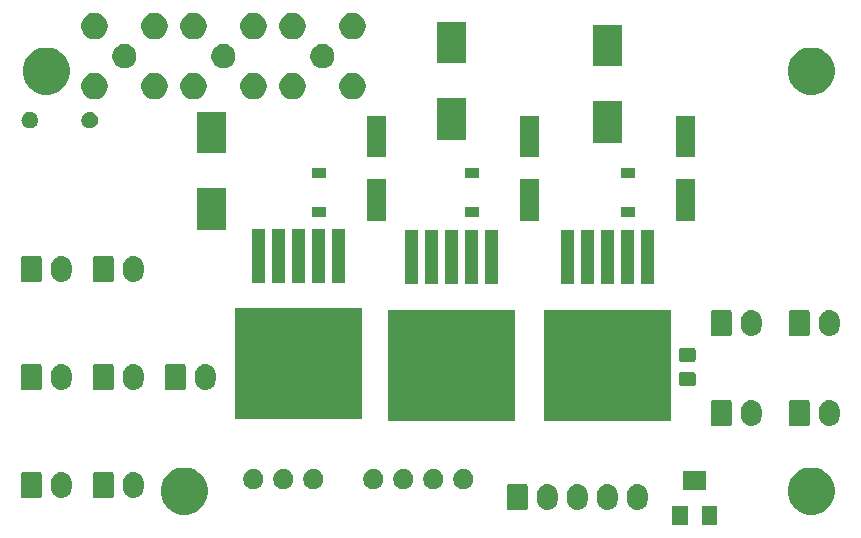
<source format=gbr>
G04 #@! TF.GenerationSoftware,KiCad,Pcbnew,5.0.1*
G04 #@! TF.CreationDate,2019-02-21T21:56:02-06:00*
G04 #@! TF.ProjectId,PowerRDP,506F7765725244502E6B696361645F70,2*
G04 #@! TF.SameCoordinates,Original*
G04 #@! TF.FileFunction,Soldermask,Top*
G04 #@! TF.FilePolarity,Negative*
%FSLAX46Y46*%
G04 Gerber Fmt 4.6, Leading zero omitted, Abs format (unit mm)*
G04 Created by KiCad (PCBNEW 5.0.1) date Thu 21 Feb 2019 09:56:02 PM CST*
%MOMM*%
%LPD*%
G01*
G04 APERTURE LIST*
%ADD10C,0.100000*%
G04 APERTURE END LIST*
D10*
G36*
X144414000Y-89192000D02*
X143114000Y-89192000D01*
X143114000Y-87592000D01*
X144414000Y-87592000D01*
X144414000Y-89192000D01*
X144414000Y-89192000D01*
G37*
G36*
X141914000Y-89192000D02*
X140614000Y-89192000D01*
X140614000Y-87592000D01*
X141914000Y-87592000D01*
X141914000Y-89192000D01*
X141914000Y-89192000D01*
G37*
G36*
X152983378Y-84436859D02*
X153347354Y-84587622D01*
X153674929Y-84806501D01*
X153953499Y-85085071D01*
X154172378Y-85412646D01*
X154323141Y-85776622D01*
X154400000Y-86163016D01*
X154400000Y-86556984D01*
X154323141Y-86943378D01*
X154172378Y-87307354D01*
X153953499Y-87634929D01*
X153674929Y-87913499D01*
X153347354Y-88132378D01*
X152983378Y-88283141D01*
X152596984Y-88360000D01*
X152203016Y-88360000D01*
X151816622Y-88283141D01*
X151452646Y-88132378D01*
X151125071Y-87913499D01*
X150846501Y-87634929D01*
X150627622Y-87307354D01*
X150476859Y-86943378D01*
X150400000Y-86556984D01*
X150400000Y-86163016D01*
X150476859Y-85776622D01*
X150627622Y-85412646D01*
X150846501Y-85085071D01*
X151125071Y-84806501D01*
X151452646Y-84587622D01*
X151816622Y-84436859D01*
X152203016Y-84360000D01*
X152596984Y-84360000D01*
X152983378Y-84436859D01*
X152983378Y-84436859D01*
G37*
G36*
X99897378Y-84436859D02*
X100261354Y-84587622D01*
X100588929Y-84806501D01*
X100867499Y-85085071D01*
X101086378Y-85412646D01*
X101237141Y-85776622D01*
X101314000Y-86163016D01*
X101314000Y-86556984D01*
X101237141Y-86943378D01*
X101086378Y-87307354D01*
X100867499Y-87634929D01*
X100588929Y-87913499D01*
X100261354Y-88132378D01*
X99897378Y-88283141D01*
X99510984Y-88360000D01*
X99117016Y-88360000D01*
X98730622Y-88283141D01*
X98366646Y-88132378D01*
X98039071Y-87913499D01*
X97760501Y-87634929D01*
X97541622Y-87307354D01*
X97390859Y-86943378D01*
X97314000Y-86556984D01*
X97314000Y-86163016D01*
X97390859Y-85776622D01*
X97541622Y-85412646D01*
X97760501Y-85085071D01*
X98039071Y-84806501D01*
X98366646Y-84587622D01*
X98730622Y-84436859D01*
X99117016Y-84360000D01*
X99510984Y-84360000D01*
X99897378Y-84436859D01*
X99897378Y-84436859D01*
G37*
G36*
X135298545Y-85780588D02*
X135298548Y-85780589D01*
X135298549Y-85780589D01*
X135462544Y-85830336D01*
X135462546Y-85830337D01*
X135462549Y-85830338D01*
X135613685Y-85911121D01*
X135746159Y-86019841D01*
X135854878Y-86152314D01*
X135908453Y-86252547D01*
X135935664Y-86303455D01*
X135969970Y-86416547D01*
X135985412Y-86467454D01*
X135998000Y-86595262D01*
X135998000Y-87140737D01*
X135985412Y-87268547D01*
X135935664Y-87432546D01*
X135854878Y-87583686D01*
X135746159Y-87716159D01*
X135613686Y-87824878D01*
X135482913Y-87894777D01*
X135462545Y-87905664D01*
X135298550Y-87955411D01*
X135298549Y-87955411D01*
X135298546Y-87955412D01*
X135128000Y-87972209D01*
X134957455Y-87955412D01*
X134957452Y-87955411D01*
X134957451Y-87955411D01*
X134793456Y-87905664D01*
X134773088Y-87894777D01*
X134642315Y-87824878D01*
X134509842Y-87716159D01*
X134401123Y-87583686D01*
X134320337Y-87432547D01*
X134282361Y-87307355D01*
X134270589Y-87268550D01*
X134270589Y-87268549D01*
X134270588Y-87268546D01*
X134258000Y-87140738D01*
X134258000Y-86595263D01*
X134270588Y-86467455D01*
X134270589Y-86467451D01*
X134320336Y-86303456D01*
X134320337Y-86303454D01*
X134320338Y-86303451D01*
X134401121Y-86152315D01*
X134509841Y-86019841D01*
X134642314Y-85911122D01*
X134793453Y-85830337D01*
X134793455Y-85830336D01*
X134957450Y-85780589D01*
X134957451Y-85780589D01*
X134957454Y-85780588D01*
X135128000Y-85763791D01*
X135298545Y-85780588D01*
X135298545Y-85780588D01*
G37*
G36*
X137838545Y-85780588D02*
X137838548Y-85780589D01*
X137838549Y-85780589D01*
X138002544Y-85830336D01*
X138002546Y-85830337D01*
X138002549Y-85830338D01*
X138153685Y-85911121D01*
X138286159Y-86019841D01*
X138394878Y-86152314D01*
X138448453Y-86252547D01*
X138475664Y-86303455D01*
X138509970Y-86416547D01*
X138525412Y-86467454D01*
X138538000Y-86595262D01*
X138538000Y-87140737D01*
X138525412Y-87268547D01*
X138475664Y-87432546D01*
X138394878Y-87583686D01*
X138286159Y-87716159D01*
X138153686Y-87824878D01*
X138022913Y-87894777D01*
X138002545Y-87905664D01*
X137838550Y-87955411D01*
X137838549Y-87955411D01*
X137838546Y-87955412D01*
X137668000Y-87972209D01*
X137497455Y-87955412D01*
X137497452Y-87955411D01*
X137497451Y-87955411D01*
X137333456Y-87905664D01*
X137313088Y-87894777D01*
X137182315Y-87824878D01*
X137049842Y-87716159D01*
X136941123Y-87583686D01*
X136860337Y-87432547D01*
X136822361Y-87307355D01*
X136810589Y-87268550D01*
X136810589Y-87268549D01*
X136810588Y-87268546D01*
X136798000Y-87140738D01*
X136798000Y-86595263D01*
X136810588Y-86467455D01*
X136810589Y-86467451D01*
X136860336Y-86303456D01*
X136860337Y-86303454D01*
X136860338Y-86303451D01*
X136941121Y-86152315D01*
X137049841Y-86019841D01*
X137182314Y-85911122D01*
X137333453Y-85830337D01*
X137333455Y-85830336D01*
X137497450Y-85780589D01*
X137497451Y-85780589D01*
X137497454Y-85780588D01*
X137668000Y-85763791D01*
X137838545Y-85780588D01*
X137838545Y-85780588D01*
G37*
G36*
X130218545Y-85780588D02*
X130218548Y-85780589D01*
X130218549Y-85780589D01*
X130382544Y-85830336D01*
X130382546Y-85830337D01*
X130382549Y-85830338D01*
X130533685Y-85911121D01*
X130666159Y-86019841D01*
X130774878Y-86152314D01*
X130828453Y-86252547D01*
X130855664Y-86303455D01*
X130889970Y-86416547D01*
X130905412Y-86467454D01*
X130918000Y-86595262D01*
X130918000Y-87140737D01*
X130905412Y-87268547D01*
X130855664Y-87432546D01*
X130774878Y-87583686D01*
X130666159Y-87716159D01*
X130533686Y-87824878D01*
X130402913Y-87894777D01*
X130382545Y-87905664D01*
X130218550Y-87955411D01*
X130218549Y-87955411D01*
X130218546Y-87955412D01*
X130048000Y-87972209D01*
X129877455Y-87955412D01*
X129877452Y-87955411D01*
X129877451Y-87955411D01*
X129713456Y-87905664D01*
X129693088Y-87894777D01*
X129562315Y-87824878D01*
X129429842Y-87716159D01*
X129321123Y-87583686D01*
X129240337Y-87432547D01*
X129202361Y-87307355D01*
X129190589Y-87268550D01*
X129190589Y-87268549D01*
X129190588Y-87268546D01*
X129178000Y-87140738D01*
X129178000Y-86595263D01*
X129190588Y-86467455D01*
X129190589Y-86467451D01*
X129240336Y-86303456D01*
X129240337Y-86303454D01*
X129240338Y-86303451D01*
X129321121Y-86152315D01*
X129429841Y-86019841D01*
X129562314Y-85911122D01*
X129713453Y-85830337D01*
X129713455Y-85830336D01*
X129877450Y-85780589D01*
X129877451Y-85780589D01*
X129877454Y-85780588D01*
X130048000Y-85763791D01*
X130218545Y-85780588D01*
X130218545Y-85780588D01*
G37*
G36*
X132758545Y-85780588D02*
X132758548Y-85780589D01*
X132758549Y-85780589D01*
X132922544Y-85830336D01*
X132922546Y-85830337D01*
X132922549Y-85830338D01*
X133073685Y-85911121D01*
X133206159Y-86019841D01*
X133314878Y-86152314D01*
X133368453Y-86252547D01*
X133395664Y-86303455D01*
X133429970Y-86416547D01*
X133445412Y-86467454D01*
X133458000Y-86595262D01*
X133458000Y-87140737D01*
X133445412Y-87268547D01*
X133395664Y-87432546D01*
X133314878Y-87583686D01*
X133206159Y-87716159D01*
X133073686Y-87824878D01*
X132942913Y-87894777D01*
X132922545Y-87905664D01*
X132758550Y-87955411D01*
X132758549Y-87955411D01*
X132758546Y-87955412D01*
X132588000Y-87972209D01*
X132417455Y-87955412D01*
X132417452Y-87955411D01*
X132417451Y-87955411D01*
X132253456Y-87905664D01*
X132233088Y-87894777D01*
X132102315Y-87824878D01*
X131969842Y-87716159D01*
X131861123Y-87583686D01*
X131780337Y-87432547D01*
X131742361Y-87307355D01*
X131730589Y-87268550D01*
X131730589Y-87268549D01*
X131730588Y-87268546D01*
X131718000Y-87140738D01*
X131718000Y-86595263D01*
X131730588Y-86467455D01*
X131730589Y-86467451D01*
X131780336Y-86303456D01*
X131780337Y-86303454D01*
X131780338Y-86303451D01*
X131861121Y-86152315D01*
X131969841Y-86019841D01*
X132102314Y-85911122D01*
X132253453Y-85830337D01*
X132253455Y-85830336D01*
X132417450Y-85780589D01*
X132417451Y-85780589D01*
X132417454Y-85780588D01*
X132588000Y-85763791D01*
X132758545Y-85780588D01*
X132758545Y-85780588D01*
G37*
G36*
X128248355Y-85771685D02*
X128278431Y-85780808D01*
X128306145Y-85795622D01*
X128330440Y-85815560D01*
X128350378Y-85839855D01*
X128365192Y-85867569D01*
X128374315Y-85897645D01*
X128378000Y-85935059D01*
X128378000Y-87800941D01*
X128374315Y-87838355D01*
X128365192Y-87868431D01*
X128350378Y-87896145D01*
X128330440Y-87920440D01*
X128306145Y-87940378D01*
X128278431Y-87955192D01*
X128248355Y-87964315D01*
X128210941Y-87968000D01*
X126805059Y-87968000D01*
X126767645Y-87964315D01*
X126737569Y-87955192D01*
X126709855Y-87940378D01*
X126685560Y-87920440D01*
X126665622Y-87896145D01*
X126650808Y-87868431D01*
X126641685Y-87838355D01*
X126638000Y-87800941D01*
X126638000Y-85935059D01*
X126641685Y-85897645D01*
X126650808Y-85867569D01*
X126665622Y-85839855D01*
X126685560Y-85815560D01*
X126709855Y-85795622D01*
X126737569Y-85780808D01*
X126767645Y-85771685D01*
X126805059Y-85768000D01*
X128210941Y-85768000D01*
X128248355Y-85771685D01*
X128248355Y-85771685D01*
G37*
G36*
X95166545Y-84764588D02*
X95166548Y-84764589D01*
X95166549Y-84764589D01*
X95330544Y-84814336D01*
X95330546Y-84814337D01*
X95330549Y-84814338D01*
X95481685Y-84895121D01*
X95614159Y-85003841D01*
X95722878Y-85136314D01*
X95789139Y-85260281D01*
X95803664Y-85287455D01*
X95841640Y-85412646D01*
X95853412Y-85451454D01*
X95866000Y-85579262D01*
X95866000Y-86124737D01*
X95853412Y-86252547D01*
X95803664Y-86416546D01*
X95722878Y-86567686D01*
X95614159Y-86700159D01*
X95481686Y-86808878D01*
X95350913Y-86878777D01*
X95330545Y-86889664D01*
X95166550Y-86939411D01*
X95166549Y-86939411D01*
X95166546Y-86939412D01*
X94996000Y-86956209D01*
X94825455Y-86939412D01*
X94825452Y-86939411D01*
X94825451Y-86939411D01*
X94661456Y-86889664D01*
X94641088Y-86878777D01*
X94510315Y-86808878D01*
X94377842Y-86700159D01*
X94269123Y-86567686D01*
X94188337Y-86416547D01*
X94138588Y-86252546D01*
X94126000Y-86124738D01*
X94126000Y-85579263D01*
X94138588Y-85451455D01*
X94138589Y-85451451D01*
X94188336Y-85287456D01*
X94188337Y-85287454D01*
X94188338Y-85287451D01*
X94269121Y-85136315D01*
X94377841Y-85003841D01*
X94510314Y-84895122D01*
X94661453Y-84814337D01*
X94661455Y-84814336D01*
X94825450Y-84764589D01*
X94825451Y-84764589D01*
X94825454Y-84764588D01*
X94996000Y-84747791D01*
X95166545Y-84764588D01*
X95166545Y-84764588D01*
G37*
G36*
X89070545Y-84764588D02*
X89070548Y-84764589D01*
X89070549Y-84764589D01*
X89234544Y-84814336D01*
X89234546Y-84814337D01*
X89234549Y-84814338D01*
X89385685Y-84895121D01*
X89518159Y-85003841D01*
X89626878Y-85136314D01*
X89693139Y-85260281D01*
X89707664Y-85287455D01*
X89745640Y-85412646D01*
X89757412Y-85451454D01*
X89770000Y-85579262D01*
X89770000Y-86124737D01*
X89757412Y-86252547D01*
X89707664Y-86416546D01*
X89626878Y-86567686D01*
X89518159Y-86700159D01*
X89385686Y-86808878D01*
X89254913Y-86878777D01*
X89234545Y-86889664D01*
X89070550Y-86939411D01*
X89070549Y-86939411D01*
X89070546Y-86939412D01*
X88900000Y-86956209D01*
X88729455Y-86939412D01*
X88729452Y-86939411D01*
X88729451Y-86939411D01*
X88565456Y-86889664D01*
X88545088Y-86878777D01*
X88414315Y-86808878D01*
X88281842Y-86700159D01*
X88173123Y-86567686D01*
X88092337Y-86416547D01*
X88042588Y-86252546D01*
X88030000Y-86124738D01*
X88030000Y-85579263D01*
X88042588Y-85451455D01*
X88042589Y-85451451D01*
X88092336Y-85287456D01*
X88092337Y-85287454D01*
X88092338Y-85287451D01*
X88173121Y-85136315D01*
X88281841Y-85003841D01*
X88414314Y-84895122D01*
X88565453Y-84814337D01*
X88565455Y-84814336D01*
X88729450Y-84764589D01*
X88729451Y-84764589D01*
X88729454Y-84764588D01*
X88900000Y-84747791D01*
X89070545Y-84764588D01*
X89070545Y-84764588D01*
G37*
G36*
X93196355Y-84755685D02*
X93226431Y-84764808D01*
X93254145Y-84779622D01*
X93278440Y-84799560D01*
X93298378Y-84823855D01*
X93313192Y-84851569D01*
X93322315Y-84881645D01*
X93326000Y-84919059D01*
X93326000Y-86784941D01*
X93322315Y-86822355D01*
X93313192Y-86852431D01*
X93298378Y-86880145D01*
X93278440Y-86904440D01*
X93254145Y-86924378D01*
X93226431Y-86939192D01*
X93196355Y-86948315D01*
X93158941Y-86952000D01*
X91753059Y-86952000D01*
X91715645Y-86948315D01*
X91685569Y-86939192D01*
X91657855Y-86924378D01*
X91633560Y-86904440D01*
X91613622Y-86880145D01*
X91598808Y-86852431D01*
X91589685Y-86822355D01*
X91586000Y-86784941D01*
X91586000Y-84919059D01*
X91589685Y-84881645D01*
X91598808Y-84851569D01*
X91613622Y-84823855D01*
X91633560Y-84799560D01*
X91657855Y-84779622D01*
X91685569Y-84764808D01*
X91715645Y-84755685D01*
X91753059Y-84752000D01*
X93158941Y-84752000D01*
X93196355Y-84755685D01*
X93196355Y-84755685D01*
G37*
G36*
X87100355Y-84755685D02*
X87130431Y-84764808D01*
X87158145Y-84779622D01*
X87182440Y-84799560D01*
X87202378Y-84823855D01*
X87217192Y-84851569D01*
X87226315Y-84881645D01*
X87230000Y-84919059D01*
X87230000Y-86784941D01*
X87226315Y-86822355D01*
X87217192Y-86852431D01*
X87202378Y-86880145D01*
X87182440Y-86904440D01*
X87158145Y-86924378D01*
X87130431Y-86939192D01*
X87100355Y-86948315D01*
X87062941Y-86952000D01*
X85657059Y-86952000D01*
X85619645Y-86948315D01*
X85589569Y-86939192D01*
X85561855Y-86924378D01*
X85537560Y-86904440D01*
X85517622Y-86880145D01*
X85502808Y-86852431D01*
X85493685Y-86822355D01*
X85490000Y-86784941D01*
X85490000Y-84919059D01*
X85493685Y-84881645D01*
X85502808Y-84851569D01*
X85517622Y-84823855D01*
X85537560Y-84799560D01*
X85561855Y-84779622D01*
X85589569Y-84764808D01*
X85619645Y-84755685D01*
X85657059Y-84752000D01*
X87062941Y-84752000D01*
X87100355Y-84755685D01*
X87100355Y-84755685D01*
G37*
G36*
X143514000Y-86292000D02*
X141514000Y-86292000D01*
X141514000Y-84692000D01*
X143514000Y-84692000D01*
X143514000Y-86292000D01*
X143514000Y-86292000D01*
G37*
G36*
X115563934Y-84526664D02*
X115718627Y-84590740D01*
X115857847Y-84683764D01*
X115976236Y-84802153D01*
X116069260Y-84941373D01*
X116133336Y-85096066D01*
X116166000Y-85260281D01*
X116166000Y-85427719D01*
X116133336Y-85591934D01*
X116069260Y-85746627D01*
X115976236Y-85885847D01*
X115857847Y-86004236D01*
X115718627Y-86097260D01*
X115563934Y-86161336D01*
X115399719Y-86194000D01*
X115232281Y-86194000D01*
X115068066Y-86161336D01*
X114913373Y-86097260D01*
X114774153Y-86004236D01*
X114655764Y-85885847D01*
X114562740Y-85746627D01*
X114498664Y-85591934D01*
X114466000Y-85427719D01*
X114466000Y-85260281D01*
X114498664Y-85096066D01*
X114562740Y-84941373D01*
X114655764Y-84802153D01*
X114774153Y-84683764D01*
X114913373Y-84590740D01*
X115068066Y-84526664D01*
X115232281Y-84494000D01*
X115399719Y-84494000D01*
X115563934Y-84526664D01*
X115563934Y-84526664D01*
G37*
G36*
X120643934Y-84526664D02*
X120798627Y-84590740D01*
X120937847Y-84683764D01*
X121056236Y-84802153D01*
X121149260Y-84941373D01*
X121213336Y-85096066D01*
X121246000Y-85260281D01*
X121246000Y-85427719D01*
X121213336Y-85591934D01*
X121149260Y-85746627D01*
X121056236Y-85885847D01*
X120937847Y-86004236D01*
X120798627Y-86097260D01*
X120643934Y-86161336D01*
X120479719Y-86194000D01*
X120312281Y-86194000D01*
X120148066Y-86161336D01*
X119993373Y-86097260D01*
X119854153Y-86004236D01*
X119735764Y-85885847D01*
X119642740Y-85746627D01*
X119578664Y-85591934D01*
X119546000Y-85427719D01*
X119546000Y-85260281D01*
X119578664Y-85096066D01*
X119642740Y-84941373D01*
X119735764Y-84802153D01*
X119854153Y-84683764D01*
X119993373Y-84590740D01*
X120148066Y-84526664D01*
X120312281Y-84494000D01*
X120479719Y-84494000D01*
X120643934Y-84526664D01*
X120643934Y-84526664D01*
G37*
G36*
X118103934Y-84526664D02*
X118258627Y-84590740D01*
X118397847Y-84683764D01*
X118516236Y-84802153D01*
X118609260Y-84941373D01*
X118673336Y-85096066D01*
X118706000Y-85260281D01*
X118706000Y-85427719D01*
X118673336Y-85591934D01*
X118609260Y-85746627D01*
X118516236Y-85885847D01*
X118397847Y-86004236D01*
X118258627Y-86097260D01*
X118103934Y-86161336D01*
X117939719Y-86194000D01*
X117772281Y-86194000D01*
X117608066Y-86161336D01*
X117453373Y-86097260D01*
X117314153Y-86004236D01*
X117195764Y-85885847D01*
X117102740Y-85746627D01*
X117038664Y-85591934D01*
X117006000Y-85427719D01*
X117006000Y-85260281D01*
X117038664Y-85096066D01*
X117102740Y-84941373D01*
X117195764Y-84802153D01*
X117314153Y-84683764D01*
X117453373Y-84590740D01*
X117608066Y-84526664D01*
X117772281Y-84494000D01*
X117939719Y-84494000D01*
X118103934Y-84526664D01*
X118103934Y-84526664D01*
G37*
G36*
X123183934Y-84526664D02*
X123338627Y-84590740D01*
X123477847Y-84683764D01*
X123596236Y-84802153D01*
X123689260Y-84941373D01*
X123753336Y-85096066D01*
X123786000Y-85260281D01*
X123786000Y-85427719D01*
X123753336Y-85591934D01*
X123689260Y-85746627D01*
X123596236Y-85885847D01*
X123477847Y-86004236D01*
X123338627Y-86097260D01*
X123183934Y-86161336D01*
X123019719Y-86194000D01*
X122852281Y-86194000D01*
X122688066Y-86161336D01*
X122533373Y-86097260D01*
X122394153Y-86004236D01*
X122275764Y-85885847D01*
X122182740Y-85746627D01*
X122118664Y-85591934D01*
X122086000Y-85427719D01*
X122086000Y-85260281D01*
X122118664Y-85096066D01*
X122182740Y-84941373D01*
X122275764Y-84802153D01*
X122394153Y-84683764D01*
X122533373Y-84590740D01*
X122688066Y-84526664D01*
X122852281Y-84494000D01*
X123019719Y-84494000D01*
X123183934Y-84526664D01*
X123183934Y-84526664D01*
G37*
G36*
X105403934Y-84526664D02*
X105558627Y-84590740D01*
X105697847Y-84683764D01*
X105816236Y-84802153D01*
X105909260Y-84941373D01*
X105973336Y-85096066D01*
X106006000Y-85260281D01*
X106006000Y-85427719D01*
X105973336Y-85591934D01*
X105909260Y-85746627D01*
X105816236Y-85885847D01*
X105697847Y-86004236D01*
X105558627Y-86097260D01*
X105403934Y-86161336D01*
X105239719Y-86194000D01*
X105072281Y-86194000D01*
X104908066Y-86161336D01*
X104753373Y-86097260D01*
X104614153Y-86004236D01*
X104495764Y-85885847D01*
X104402740Y-85746627D01*
X104338664Y-85591934D01*
X104306000Y-85427719D01*
X104306000Y-85260281D01*
X104338664Y-85096066D01*
X104402740Y-84941373D01*
X104495764Y-84802153D01*
X104614153Y-84683764D01*
X104753373Y-84590740D01*
X104908066Y-84526664D01*
X105072281Y-84494000D01*
X105239719Y-84494000D01*
X105403934Y-84526664D01*
X105403934Y-84526664D01*
G37*
G36*
X107943934Y-84526664D02*
X108098627Y-84590740D01*
X108237847Y-84683764D01*
X108356236Y-84802153D01*
X108449260Y-84941373D01*
X108513336Y-85096066D01*
X108546000Y-85260281D01*
X108546000Y-85427719D01*
X108513336Y-85591934D01*
X108449260Y-85746627D01*
X108356236Y-85885847D01*
X108237847Y-86004236D01*
X108098627Y-86097260D01*
X107943934Y-86161336D01*
X107779719Y-86194000D01*
X107612281Y-86194000D01*
X107448066Y-86161336D01*
X107293373Y-86097260D01*
X107154153Y-86004236D01*
X107035764Y-85885847D01*
X106942740Y-85746627D01*
X106878664Y-85591934D01*
X106846000Y-85427719D01*
X106846000Y-85260281D01*
X106878664Y-85096066D01*
X106942740Y-84941373D01*
X107035764Y-84802153D01*
X107154153Y-84683764D01*
X107293373Y-84590740D01*
X107448066Y-84526664D01*
X107612281Y-84494000D01*
X107779719Y-84494000D01*
X107943934Y-84526664D01*
X107943934Y-84526664D01*
G37*
G36*
X110483934Y-84526664D02*
X110638627Y-84590740D01*
X110777847Y-84683764D01*
X110896236Y-84802153D01*
X110989260Y-84941373D01*
X111053336Y-85096066D01*
X111086000Y-85260281D01*
X111086000Y-85427719D01*
X111053336Y-85591934D01*
X110989260Y-85746627D01*
X110896236Y-85885847D01*
X110777847Y-86004236D01*
X110638627Y-86097260D01*
X110483934Y-86161336D01*
X110319719Y-86194000D01*
X110152281Y-86194000D01*
X109988066Y-86161336D01*
X109833373Y-86097260D01*
X109694153Y-86004236D01*
X109575764Y-85885847D01*
X109482740Y-85746627D01*
X109418664Y-85591934D01*
X109386000Y-85427719D01*
X109386000Y-85260281D01*
X109418664Y-85096066D01*
X109482740Y-84941373D01*
X109575764Y-84802153D01*
X109694153Y-84683764D01*
X109833373Y-84590740D01*
X109988066Y-84526664D01*
X110152281Y-84494000D01*
X110319719Y-84494000D01*
X110483934Y-84526664D01*
X110483934Y-84526664D01*
G37*
G36*
X154094545Y-78668588D02*
X154094548Y-78668589D01*
X154094549Y-78668589D01*
X154258544Y-78718336D01*
X154258546Y-78718337D01*
X154258549Y-78718338D01*
X154409685Y-78799121D01*
X154542159Y-78907841D01*
X154650878Y-79040314D01*
X154731663Y-79191453D01*
X154781412Y-79355454D01*
X154794000Y-79483262D01*
X154794000Y-80028737D01*
X154781412Y-80156547D01*
X154731664Y-80320546D01*
X154650878Y-80471686D01*
X154542159Y-80604159D01*
X154409686Y-80712878D01*
X154278913Y-80782777D01*
X154258545Y-80793664D01*
X154094550Y-80843411D01*
X154094549Y-80843411D01*
X154094546Y-80843412D01*
X153924000Y-80860209D01*
X153753455Y-80843412D01*
X153753452Y-80843411D01*
X153753451Y-80843411D01*
X153589456Y-80793664D01*
X153569088Y-80782777D01*
X153438315Y-80712878D01*
X153305842Y-80604159D01*
X153197123Y-80471686D01*
X153116337Y-80320547D01*
X153066588Y-80156546D01*
X153054000Y-80028738D01*
X153054000Y-79483263D01*
X153066588Y-79355455D01*
X153066589Y-79355451D01*
X153116336Y-79191456D01*
X153116337Y-79191454D01*
X153116338Y-79191451D01*
X153197121Y-79040315D01*
X153305841Y-78907841D01*
X153438314Y-78799122D01*
X153589453Y-78718337D01*
X153589455Y-78718336D01*
X153753450Y-78668589D01*
X153753451Y-78668589D01*
X153753454Y-78668588D01*
X153924000Y-78651791D01*
X154094545Y-78668588D01*
X154094545Y-78668588D01*
G37*
G36*
X147490545Y-78668588D02*
X147490548Y-78668589D01*
X147490549Y-78668589D01*
X147654544Y-78718336D01*
X147654546Y-78718337D01*
X147654549Y-78718338D01*
X147805685Y-78799121D01*
X147938159Y-78907841D01*
X148046878Y-79040314D01*
X148127663Y-79191453D01*
X148177412Y-79355454D01*
X148190000Y-79483262D01*
X148190000Y-80028737D01*
X148177412Y-80156547D01*
X148127664Y-80320546D01*
X148046878Y-80471686D01*
X147938159Y-80604159D01*
X147805686Y-80712878D01*
X147674913Y-80782777D01*
X147654545Y-80793664D01*
X147490550Y-80843411D01*
X147490549Y-80843411D01*
X147490546Y-80843412D01*
X147320000Y-80860209D01*
X147149455Y-80843412D01*
X147149452Y-80843411D01*
X147149451Y-80843411D01*
X146985456Y-80793664D01*
X146965088Y-80782777D01*
X146834315Y-80712878D01*
X146701842Y-80604159D01*
X146593123Y-80471686D01*
X146512337Y-80320547D01*
X146462588Y-80156546D01*
X146450000Y-80028738D01*
X146450000Y-79483263D01*
X146462588Y-79355455D01*
X146462589Y-79355451D01*
X146512336Y-79191456D01*
X146512337Y-79191454D01*
X146512338Y-79191451D01*
X146593121Y-79040315D01*
X146701841Y-78907841D01*
X146834314Y-78799122D01*
X146985453Y-78718337D01*
X146985455Y-78718336D01*
X147149450Y-78668589D01*
X147149451Y-78668589D01*
X147149454Y-78668588D01*
X147320000Y-78651791D01*
X147490545Y-78668588D01*
X147490545Y-78668588D01*
G37*
G36*
X145520355Y-78659685D02*
X145550431Y-78668808D01*
X145578145Y-78683622D01*
X145602440Y-78703560D01*
X145622378Y-78727855D01*
X145637192Y-78755569D01*
X145646315Y-78785645D01*
X145650000Y-78823059D01*
X145650000Y-80688941D01*
X145646315Y-80726355D01*
X145637192Y-80756431D01*
X145622378Y-80784145D01*
X145602440Y-80808440D01*
X145578145Y-80828378D01*
X145550431Y-80843192D01*
X145520355Y-80852315D01*
X145482941Y-80856000D01*
X144077059Y-80856000D01*
X144039645Y-80852315D01*
X144009569Y-80843192D01*
X143981855Y-80828378D01*
X143957560Y-80808440D01*
X143937622Y-80784145D01*
X143922808Y-80756431D01*
X143913685Y-80726355D01*
X143910000Y-80688941D01*
X143910000Y-78823059D01*
X143913685Y-78785645D01*
X143922808Y-78755569D01*
X143937622Y-78727855D01*
X143957560Y-78703560D01*
X143981855Y-78683622D01*
X144009569Y-78668808D01*
X144039645Y-78659685D01*
X144077059Y-78656000D01*
X145482941Y-78656000D01*
X145520355Y-78659685D01*
X145520355Y-78659685D01*
G37*
G36*
X152124355Y-78659685D02*
X152154431Y-78668808D01*
X152182145Y-78683622D01*
X152206440Y-78703560D01*
X152226378Y-78727855D01*
X152241192Y-78755569D01*
X152250315Y-78785645D01*
X152254000Y-78823059D01*
X152254000Y-80688941D01*
X152250315Y-80726355D01*
X152241192Y-80756431D01*
X152226378Y-80784145D01*
X152206440Y-80808440D01*
X152182145Y-80828378D01*
X152154431Y-80843192D01*
X152124355Y-80852315D01*
X152086941Y-80856000D01*
X150681059Y-80856000D01*
X150643645Y-80852315D01*
X150613569Y-80843192D01*
X150585855Y-80828378D01*
X150561560Y-80808440D01*
X150541622Y-80784145D01*
X150526808Y-80756431D01*
X150517685Y-80726355D01*
X150514000Y-80688941D01*
X150514000Y-78823059D01*
X150517685Y-78785645D01*
X150526808Y-78755569D01*
X150541622Y-78727855D01*
X150561560Y-78703560D01*
X150585855Y-78683622D01*
X150613569Y-78668808D01*
X150643645Y-78659685D01*
X150681059Y-78656000D01*
X152086941Y-78656000D01*
X152124355Y-78659685D01*
X152124355Y-78659685D01*
G37*
G36*
X127320000Y-80392000D02*
X116520000Y-80392000D01*
X116520000Y-70992000D01*
X127320000Y-70992000D01*
X127320000Y-80392000D01*
X127320000Y-80392000D01*
G37*
G36*
X140528000Y-80392000D02*
X129728000Y-80392000D01*
X129728000Y-70992000D01*
X140528000Y-70992000D01*
X140528000Y-80392000D01*
X140528000Y-80392000D01*
G37*
G36*
X114385000Y-80277000D02*
X103585000Y-80277000D01*
X103585000Y-70877000D01*
X114385000Y-70877000D01*
X114385000Y-80277000D01*
X114385000Y-80277000D01*
G37*
G36*
X101262545Y-75620588D02*
X101262548Y-75620589D01*
X101262549Y-75620589D01*
X101426544Y-75670336D01*
X101426546Y-75670337D01*
X101426549Y-75670338D01*
X101577685Y-75751121D01*
X101710159Y-75859841D01*
X101818878Y-75992314D01*
X101899663Y-76143453D01*
X101949412Y-76307454D01*
X101962000Y-76435262D01*
X101962000Y-76980737D01*
X101949412Y-77108547D01*
X101899664Y-77272546D01*
X101818878Y-77423686D01*
X101710159Y-77556159D01*
X101577686Y-77664878D01*
X101446913Y-77734777D01*
X101426545Y-77745664D01*
X101262550Y-77795411D01*
X101262549Y-77795411D01*
X101262546Y-77795412D01*
X101092000Y-77812209D01*
X100921455Y-77795412D01*
X100921452Y-77795411D01*
X100921451Y-77795411D01*
X100757456Y-77745664D01*
X100737088Y-77734777D01*
X100606315Y-77664878D01*
X100473842Y-77556159D01*
X100365123Y-77423686D01*
X100284337Y-77272547D01*
X100234588Y-77108546D01*
X100222000Y-76980738D01*
X100222000Y-76435263D01*
X100234588Y-76307455D01*
X100234589Y-76307451D01*
X100284336Y-76143456D01*
X100284337Y-76143454D01*
X100284338Y-76143451D01*
X100365121Y-75992315D01*
X100473841Y-75859841D01*
X100606314Y-75751122D01*
X100757453Y-75670337D01*
X100757455Y-75670336D01*
X100921450Y-75620589D01*
X100921451Y-75620589D01*
X100921454Y-75620588D01*
X101092000Y-75603791D01*
X101262545Y-75620588D01*
X101262545Y-75620588D01*
G37*
G36*
X95166545Y-75620588D02*
X95166548Y-75620589D01*
X95166549Y-75620589D01*
X95330544Y-75670336D01*
X95330546Y-75670337D01*
X95330549Y-75670338D01*
X95481685Y-75751121D01*
X95614159Y-75859841D01*
X95722878Y-75992314D01*
X95803663Y-76143453D01*
X95853412Y-76307454D01*
X95866000Y-76435262D01*
X95866000Y-76980737D01*
X95853412Y-77108547D01*
X95803664Y-77272546D01*
X95722878Y-77423686D01*
X95614159Y-77556159D01*
X95481686Y-77664878D01*
X95350913Y-77734777D01*
X95330545Y-77745664D01*
X95166550Y-77795411D01*
X95166549Y-77795411D01*
X95166546Y-77795412D01*
X94996000Y-77812209D01*
X94825455Y-77795412D01*
X94825452Y-77795411D01*
X94825451Y-77795411D01*
X94661456Y-77745664D01*
X94641088Y-77734777D01*
X94510315Y-77664878D01*
X94377842Y-77556159D01*
X94269123Y-77423686D01*
X94188337Y-77272547D01*
X94138588Y-77108546D01*
X94126000Y-76980738D01*
X94126000Y-76435263D01*
X94138588Y-76307455D01*
X94138589Y-76307451D01*
X94188336Y-76143456D01*
X94188337Y-76143454D01*
X94188338Y-76143451D01*
X94269121Y-75992315D01*
X94377841Y-75859841D01*
X94510314Y-75751122D01*
X94661453Y-75670337D01*
X94661455Y-75670336D01*
X94825450Y-75620589D01*
X94825451Y-75620589D01*
X94825454Y-75620588D01*
X94996000Y-75603791D01*
X95166545Y-75620588D01*
X95166545Y-75620588D01*
G37*
G36*
X89070545Y-75620588D02*
X89070548Y-75620589D01*
X89070549Y-75620589D01*
X89234544Y-75670336D01*
X89234546Y-75670337D01*
X89234549Y-75670338D01*
X89385685Y-75751121D01*
X89518159Y-75859841D01*
X89626878Y-75992314D01*
X89707663Y-76143453D01*
X89757412Y-76307454D01*
X89770000Y-76435262D01*
X89770000Y-76980737D01*
X89757412Y-77108547D01*
X89707664Y-77272546D01*
X89626878Y-77423686D01*
X89518159Y-77556159D01*
X89385686Y-77664878D01*
X89254913Y-77734777D01*
X89234545Y-77745664D01*
X89070550Y-77795411D01*
X89070549Y-77795411D01*
X89070546Y-77795412D01*
X88900000Y-77812209D01*
X88729455Y-77795412D01*
X88729452Y-77795411D01*
X88729451Y-77795411D01*
X88565456Y-77745664D01*
X88545088Y-77734777D01*
X88414315Y-77664878D01*
X88281842Y-77556159D01*
X88173123Y-77423686D01*
X88092337Y-77272547D01*
X88042588Y-77108546D01*
X88030000Y-76980738D01*
X88030000Y-76435263D01*
X88042588Y-76307455D01*
X88042589Y-76307451D01*
X88092336Y-76143456D01*
X88092337Y-76143454D01*
X88092338Y-76143451D01*
X88173121Y-75992315D01*
X88281841Y-75859841D01*
X88414314Y-75751122D01*
X88565453Y-75670337D01*
X88565455Y-75670336D01*
X88729450Y-75620589D01*
X88729451Y-75620589D01*
X88729454Y-75620588D01*
X88900000Y-75603791D01*
X89070545Y-75620588D01*
X89070545Y-75620588D01*
G37*
G36*
X93196355Y-75611685D02*
X93226431Y-75620808D01*
X93254145Y-75635622D01*
X93278440Y-75655560D01*
X93298378Y-75679855D01*
X93313192Y-75707569D01*
X93322315Y-75737645D01*
X93326000Y-75775059D01*
X93326000Y-77640941D01*
X93322315Y-77678355D01*
X93313192Y-77708431D01*
X93298378Y-77736145D01*
X93278440Y-77760440D01*
X93254145Y-77780378D01*
X93226431Y-77795192D01*
X93196355Y-77804315D01*
X93158941Y-77808000D01*
X91753059Y-77808000D01*
X91715645Y-77804315D01*
X91685569Y-77795192D01*
X91657855Y-77780378D01*
X91633560Y-77760440D01*
X91613622Y-77736145D01*
X91598808Y-77708431D01*
X91589685Y-77678355D01*
X91586000Y-77640941D01*
X91586000Y-75775059D01*
X91589685Y-75737645D01*
X91598808Y-75707569D01*
X91613622Y-75679855D01*
X91633560Y-75655560D01*
X91657855Y-75635622D01*
X91685569Y-75620808D01*
X91715645Y-75611685D01*
X91753059Y-75608000D01*
X93158941Y-75608000D01*
X93196355Y-75611685D01*
X93196355Y-75611685D01*
G37*
G36*
X99292355Y-75611685D02*
X99322431Y-75620808D01*
X99350145Y-75635622D01*
X99374440Y-75655560D01*
X99394378Y-75679855D01*
X99409192Y-75707569D01*
X99418315Y-75737645D01*
X99422000Y-75775059D01*
X99422000Y-77640941D01*
X99418315Y-77678355D01*
X99409192Y-77708431D01*
X99394378Y-77736145D01*
X99374440Y-77760440D01*
X99350145Y-77780378D01*
X99322431Y-77795192D01*
X99292355Y-77804315D01*
X99254941Y-77808000D01*
X97849059Y-77808000D01*
X97811645Y-77804315D01*
X97781569Y-77795192D01*
X97753855Y-77780378D01*
X97729560Y-77760440D01*
X97709622Y-77736145D01*
X97694808Y-77708431D01*
X97685685Y-77678355D01*
X97682000Y-77640941D01*
X97682000Y-75775059D01*
X97685685Y-75737645D01*
X97694808Y-75707569D01*
X97709622Y-75679855D01*
X97729560Y-75655560D01*
X97753855Y-75635622D01*
X97781569Y-75620808D01*
X97811645Y-75611685D01*
X97849059Y-75608000D01*
X99254941Y-75608000D01*
X99292355Y-75611685D01*
X99292355Y-75611685D01*
G37*
G36*
X87100355Y-75611685D02*
X87130431Y-75620808D01*
X87158145Y-75635622D01*
X87182440Y-75655560D01*
X87202378Y-75679855D01*
X87217192Y-75707569D01*
X87226315Y-75737645D01*
X87230000Y-75775059D01*
X87230000Y-77640941D01*
X87226315Y-77678355D01*
X87217192Y-77708431D01*
X87202378Y-77736145D01*
X87182440Y-77760440D01*
X87158145Y-77780378D01*
X87130431Y-77795192D01*
X87100355Y-77804315D01*
X87062941Y-77808000D01*
X85657059Y-77808000D01*
X85619645Y-77804315D01*
X85589569Y-77795192D01*
X85561855Y-77780378D01*
X85537560Y-77760440D01*
X85517622Y-77736145D01*
X85502808Y-77708431D01*
X85493685Y-77678355D01*
X85490000Y-77640941D01*
X85490000Y-75775059D01*
X85493685Y-75737645D01*
X85502808Y-75707569D01*
X85517622Y-75679855D01*
X85537560Y-75655560D01*
X85561855Y-75635622D01*
X85589569Y-75620808D01*
X85619645Y-75611685D01*
X85657059Y-75608000D01*
X87062941Y-75608000D01*
X87100355Y-75611685D01*
X87100355Y-75611685D01*
G37*
G36*
X142455522Y-76304039D02*
X142489053Y-76314211D01*
X142519960Y-76330731D01*
X142547043Y-76352957D01*
X142569269Y-76380040D01*
X142585789Y-76410947D01*
X142595961Y-76444478D01*
X142600000Y-76485487D01*
X142600000Y-77264513D01*
X142595961Y-77305522D01*
X142585789Y-77339053D01*
X142569269Y-77369960D01*
X142547043Y-77397043D01*
X142519960Y-77419269D01*
X142489053Y-77435789D01*
X142455522Y-77445961D01*
X142414513Y-77450000D01*
X141385487Y-77450000D01*
X141344478Y-77445961D01*
X141310947Y-77435789D01*
X141280040Y-77419269D01*
X141252957Y-77397043D01*
X141230731Y-77369960D01*
X141214211Y-77339053D01*
X141204039Y-77305522D01*
X141200000Y-77264513D01*
X141200000Y-76485487D01*
X141204039Y-76444478D01*
X141214211Y-76410947D01*
X141230731Y-76380040D01*
X141252957Y-76352957D01*
X141280040Y-76330731D01*
X141310947Y-76314211D01*
X141344478Y-76304039D01*
X141385487Y-76300000D01*
X142414513Y-76300000D01*
X142455522Y-76304039D01*
X142455522Y-76304039D01*
G37*
G36*
X142455522Y-74254039D02*
X142489053Y-74264211D01*
X142519960Y-74280731D01*
X142547043Y-74302957D01*
X142569269Y-74330040D01*
X142585789Y-74360947D01*
X142595961Y-74394478D01*
X142600000Y-74435487D01*
X142600000Y-75214513D01*
X142595961Y-75255522D01*
X142585789Y-75289053D01*
X142569269Y-75319960D01*
X142547043Y-75347043D01*
X142519960Y-75369269D01*
X142489053Y-75385789D01*
X142455522Y-75395961D01*
X142414513Y-75400000D01*
X141385487Y-75400000D01*
X141344478Y-75395961D01*
X141310947Y-75385789D01*
X141280040Y-75369269D01*
X141252957Y-75347043D01*
X141230731Y-75319960D01*
X141214211Y-75289053D01*
X141204039Y-75255522D01*
X141200000Y-75214513D01*
X141200000Y-74435487D01*
X141204039Y-74394478D01*
X141214211Y-74360947D01*
X141230731Y-74330040D01*
X141252957Y-74302957D01*
X141280040Y-74280731D01*
X141310947Y-74264211D01*
X141344478Y-74254039D01*
X141385487Y-74250000D01*
X142414513Y-74250000D01*
X142455522Y-74254039D01*
X142455522Y-74254039D01*
G37*
G36*
X147490545Y-71048588D02*
X147490548Y-71048589D01*
X147490549Y-71048589D01*
X147654544Y-71098336D01*
X147654546Y-71098337D01*
X147654549Y-71098338D01*
X147805685Y-71179121D01*
X147938159Y-71287841D01*
X148046878Y-71420314D01*
X148127663Y-71571453D01*
X148177412Y-71735454D01*
X148190000Y-71863262D01*
X148190000Y-72408737D01*
X148177412Y-72536547D01*
X148127664Y-72700546D01*
X148046878Y-72851686D01*
X147938159Y-72984159D01*
X147805686Y-73092878D01*
X147674913Y-73162777D01*
X147654545Y-73173664D01*
X147490550Y-73223411D01*
X147490549Y-73223411D01*
X147490546Y-73223412D01*
X147320000Y-73240209D01*
X147149455Y-73223412D01*
X147149452Y-73223411D01*
X147149451Y-73223411D01*
X146985456Y-73173664D01*
X146965088Y-73162777D01*
X146834315Y-73092878D01*
X146701842Y-72984159D01*
X146593123Y-72851686D01*
X146512337Y-72700547D01*
X146462588Y-72536546D01*
X146450000Y-72408738D01*
X146450000Y-71863263D01*
X146462588Y-71735455D01*
X146462589Y-71735451D01*
X146512336Y-71571456D01*
X146512337Y-71571454D01*
X146512338Y-71571451D01*
X146593121Y-71420315D01*
X146701841Y-71287841D01*
X146834314Y-71179122D01*
X146985453Y-71098337D01*
X146985455Y-71098336D01*
X147149450Y-71048589D01*
X147149451Y-71048589D01*
X147149454Y-71048588D01*
X147320000Y-71031791D01*
X147490545Y-71048588D01*
X147490545Y-71048588D01*
G37*
G36*
X154094545Y-71048588D02*
X154094548Y-71048589D01*
X154094549Y-71048589D01*
X154258544Y-71098336D01*
X154258546Y-71098337D01*
X154258549Y-71098338D01*
X154409685Y-71179121D01*
X154542159Y-71287841D01*
X154650878Y-71420314D01*
X154731663Y-71571453D01*
X154781412Y-71735454D01*
X154794000Y-71863262D01*
X154794000Y-72408737D01*
X154781412Y-72536547D01*
X154731664Y-72700546D01*
X154650878Y-72851686D01*
X154542159Y-72984159D01*
X154409686Y-73092878D01*
X154278913Y-73162777D01*
X154258545Y-73173664D01*
X154094550Y-73223411D01*
X154094549Y-73223411D01*
X154094546Y-73223412D01*
X153924000Y-73240209D01*
X153753455Y-73223412D01*
X153753452Y-73223411D01*
X153753451Y-73223411D01*
X153589456Y-73173664D01*
X153569088Y-73162777D01*
X153438315Y-73092878D01*
X153305842Y-72984159D01*
X153197123Y-72851686D01*
X153116337Y-72700547D01*
X153066588Y-72536546D01*
X153054000Y-72408738D01*
X153054000Y-71863263D01*
X153066588Y-71735455D01*
X153066589Y-71735451D01*
X153116336Y-71571456D01*
X153116337Y-71571454D01*
X153116338Y-71571451D01*
X153197121Y-71420315D01*
X153305841Y-71287841D01*
X153438314Y-71179122D01*
X153589453Y-71098337D01*
X153589455Y-71098336D01*
X153753450Y-71048589D01*
X153753451Y-71048589D01*
X153753454Y-71048588D01*
X153924000Y-71031791D01*
X154094545Y-71048588D01*
X154094545Y-71048588D01*
G37*
G36*
X152124355Y-71039685D02*
X152154431Y-71048808D01*
X152182145Y-71063622D01*
X152206440Y-71083560D01*
X152226378Y-71107855D01*
X152241192Y-71135569D01*
X152250315Y-71165645D01*
X152254000Y-71203059D01*
X152254000Y-73068941D01*
X152250315Y-73106355D01*
X152241192Y-73136431D01*
X152226378Y-73164145D01*
X152206440Y-73188440D01*
X152182145Y-73208378D01*
X152154431Y-73223192D01*
X152124355Y-73232315D01*
X152086941Y-73236000D01*
X150681059Y-73236000D01*
X150643645Y-73232315D01*
X150613569Y-73223192D01*
X150585855Y-73208378D01*
X150561560Y-73188440D01*
X150541622Y-73164145D01*
X150526808Y-73136431D01*
X150517685Y-73106355D01*
X150514000Y-73068941D01*
X150514000Y-71203059D01*
X150517685Y-71165645D01*
X150526808Y-71135569D01*
X150541622Y-71107855D01*
X150561560Y-71083560D01*
X150585855Y-71063622D01*
X150613569Y-71048808D01*
X150643645Y-71039685D01*
X150681059Y-71036000D01*
X152086941Y-71036000D01*
X152124355Y-71039685D01*
X152124355Y-71039685D01*
G37*
G36*
X145520355Y-71039685D02*
X145550431Y-71048808D01*
X145578145Y-71063622D01*
X145602440Y-71083560D01*
X145622378Y-71107855D01*
X145637192Y-71135569D01*
X145646315Y-71165645D01*
X145650000Y-71203059D01*
X145650000Y-73068941D01*
X145646315Y-73106355D01*
X145637192Y-73136431D01*
X145622378Y-73164145D01*
X145602440Y-73188440D01*
X145578145Y-73208378D01*
X145550431Y-73223192D01*
X145520355Y-73232315D01*
X145482941Y-73236000D01*
X144077059Y-73236000D01*
X144039645Y-73232315D01*
X144009569Y-73223192D01*
X143981855Y-73208378D01*
X143957560Y-73188440D01*
X143937622Y-73164145D01*
X143922808Y-73136431D01*
X143913685Y-73106355D01*
X143910000Y-73068941D01*
X143910000Y-71203059D01*
X143913685Y-71165645D01*
X143922808Y-71135569D01*
X143937622Y-71107855D01*
X143957560Y-71083560D01*
X143981855Y-71063622D01*
X144009569Y-71048808D01*
X144039645Y-71039685D01*
X144077059Y-71036000D01*
X145482941Y-71036000D01*
X145520355Y-71039685D01*
X145520355Y-71039685D01*
G37*
G36*
X135678000Y-68842000D02*
X134578000Y-68842000D01*
X134578000Y-64242000D01*
X135678000Y-64242000D01*
X135678000Y-68842000D01*
X135678000Y-68842000D01*
G37*
G36*
X137378000Y-68842000D02*
X136278000Y-68842000D01*
X136278000Y-64242000D01*
X137378000Y-64242000D01*
X137378000Y-68842000D01*
X137378000Y-68842000D01*
G37*
G36*
X133978000Y-68842000D02*
X132878000Y-68842000D01*
X132878000Y-64242000D01*
X133978000Y-64242000D01*
X133978000Y-68842000D01*
X133978000Y-68842000D01*
G37*
G36*
X132278000Y-68842000D02*
X131178000Y-68842000D01*
X131178000Y-64242000D01*
X132278000Y-64242000D01*
X132278000Y-68842000D01*
X132278000Y-68842000D01*
G37*
G36*
X125870000Y-68842000D02*
X124770000Y-68842000D01*
X124770000Y-64242000D01*
X125870000Y-64242000D01*
X125870000Y-68842000D01*
X125870000Y-68842000D01*
G37*
G36*
X122470000Y-68842000D02*
X121370000Y-68842000D01*
X121370000Y-64242000D01*
X122470000Y-64242000D01*
X122470000Y-68842000D01*
X122470000Y-68842000D01*
G37*
G36*
X124170000Y-68842000D02*
X123070000Y-68842000D01*
X123070000Y-64242000D01*
X124170000Y-64242000D01*
X124170000Y-68842000D01*
X124170000Y-68842000D01*
G37*
G36*
X139078000Y-68842000D02*
X137978000Y-68842000D01*
X137978000Y-64242000D01*
X139078000Y-64242000D01*
X139078000Y-68842000D01*
X139078000Y-68842000D01*
G37*
G36*
X120770000Y-68842000D02*
X119670000Y-68842000D01*
X119670000Y-64242000D01*
X120770000Y-64242000D01*
X120770000Y-68842000D01*
X120770000Y-68842000D01*
G37*
G36*
X119070000Y-68842000D02*
X117970000Y-68842000D01*
X117970000Y-64242000D01*
X119070000Y-64242000D01*
X119070000Y-68842000D01*
X119070000Y-68842000D01*
G37*
G36*
X107835000Y-68727000D02*
X106735000Y-68727000D01*
X106735000Y-64127000D01*
X107835000Y-64127000D01*
X107835000Y-68727000D01*
X107835000Y-68727000D01*
G37*
G36*
X112935000Y-68727000D02*
X111835000Y-68727000D01*
X111835000Y-64127000D01*
X112935000Y-64127000D01*
X112935000Y-68727000D01*
X112935000Y-68727000D01*
G37*
G36*
X111235000Y-68727000D02*
X110135000Y-68727000D01*
X110135000Y-64127000D01*
X111235000Y-64127000D01*
X111235000Y-68727000D01*
X111235000Y-68727000D01*
G37*
G36*
X109535000Y-68727000D02*
X108435000Y-68727000D01*
X108435000Y-64127000D01*
X109535000Y-64127000D01*
X109535000Y-68727000D01*
X109535000Y-68727000D01*
G37*
G36*
X106135000Y-68727000D02*
X105035000Y-68727000D01*
X105035000Y-64127000D01*
X106135000Y-64127000D01*
X106135000Y-68727000D01*
X106135000Y-68727000D01*
G37*
G36*
X95166545Y-66476588D02*
X95166548Y-66476589D01*
X95166549Y-66476589D01*
X95330544Y-66526336D01*
X95330546Y-66526337D01*
X95330549Y-66526338D01*
X95481685Y-66607121D01*
X95614159Y-66715841D01*
X95722878Y-66848314D01*
X95803663Y-66999453D01*
X95853412Y-67163454D01*
X95866000Y-67291262D01*
X95866000Y-67836737D01*
X95853412Y-67964547D01*
X95803664Y-68128546D01*
X95722878Y-68279686D01*
X95614159Y-68412159D01*
X95481686Y-68520878D01*
X95350913Y-68590777D01*
X95330545Y-68601664D01*
X95166550Y-68651411D01*
X95166549Y-68651411D01*
X95166546Y-68651412D01*
X94996000Y-68668209D01*
X94825455Y-68651412D01*
X94825452Y-68651411D01*
X94825451Y-68651411D01*
X94661456Y-68601664D01*
X94641088Y-68590777D01*
X94510315Y-68520878D01*
X94377842Y-68412159D01*
X94269123Y-68279686D01*
X94188337Y-68128547D01*
X94138588Y-67964546D01*
X94126000Y-67836738D01*
X94126000Y-67291263D01*
X94138588Y-67163455D01*
X94138589Y-67163451D01*
X94188336Y-66999456D01*
X94188337Y-66999454D01*
X94188338Y-66999451D01*
X94269121Y-66848315D01*
X94377841Y-66715841D01*
X94510314Y-66607122D01*
X94661453Y-66526337D01*
X94661455Y-66526336D01*
X94825450Y-66476589D01*
X94825451Y-66476589D01*
X94825454Y-66476588D01*
X94996000Y-66459791D01*
X95166545Y-66476588D01*
X95166545Y-66476588D01*
G37*
G36*
X89070545Y-66476588D02*
X89070548Y-66476589D01*
X89070549Y-66476589D01*
X89234544Y-66526336D01*
X89234546Y-66526337D01*
X89234549Y-66526338D01*
X89385685Y-66607121D01*
X89518159Y-66715841D01*
X89626878Y-66848314D01*
X89707663Y-66999453D01*
X89757412Y-67163454D01*
X89770000Y-67291262D01*
X89770000Y-67836737D01*
X89757412Y-67964547D01*
X89707664Y-68128546D01*
X89626878Y-68279686D01*
X89518159Y-68412159D01*
X89385686Y-68520878D01*
X89254913Y-68590777D01*
X89234545Y-68601664D01*
X89070550Y-68651411D01*
X89070549Y-68651411D01*
X89070546Y-68651412D01*
X88900000Y-68668209D01*
X88729455Y-68651412D01*
X88729452Y-68651411D01*
X88729451Y-68651411D01*
X88565456Y-68601664D01*
X88545088Y-68590777D01*
X88414315Y-68520878D01*
X88281842Y-68412159D01*
X88173123Y-68279686D01*
X88092337Y-68128547D01*
X88042588Y-67964546D01*
X88030000Y-67836738D01*
X88030000Y-67291263D01*
X88042588Y-67163455D01*
X88042589Y-67163451D01*
X88092336Y-66999456D01*
X88092337Y-66999454D01*
X88092338Y-66999451D01*
X88173121Y-66848315D01*
X88281841Y-66715841D01*
X88414314Y-66607122D01*
X88565453Y-66526337D01*
X88565455Y-66526336D01*
X88729450Y-66476589D01*
X88729451Y-66476589D01*
X88729454Y-66476588D01*
X88900000Y-66459791D01*
X89070545Y-66476588D01*
X89070545Y-66476588D01*
G37*
G36*
X87100355Y-66467685D02*
X87130431Y-66476808D01*
X87158145Y-66491622D01*
X87182440Y-66511560D01*
X87202378Y-66535855D01*
X87217192Y-66563569D01*
X87226315Y-66593645D01*
X87230000Y-66631059D01*
X87230000Y-68496941D01*
X87226315Y-68534355D01*
X87217192Y-68564431D01*
X87202378Y-68592145D01*
X87182440Y-68616440D01*
X87158145Y-68636378D01*
X87130431Y-68651192D01*
X87100355Y-68660315D01*
X87062941Y-68664000D01*
X85657059Y-68664000D01*
X85619645Y-68660315D01*
X85589569Y-68651192D01*
X85561855Y-68636378D01*
X85537560Y-68616440D01*
X85517622Y-68592145D01*
X85502808Y-68564431D01*
X85493685Y-68534355D01*
X85490000Y-68496941D01*
X85490000Y-66631059D01*
X85493685Y-66593645D01*
X85502808Y-66563569D01*
X85517622Y-66535855D01*
X85537560Y-66511560D01*
X85561855Y-66491622D01*
X85589569Y-66476808D01*
X85619645Y-66467685D01*
X85657059Y-66464000D01*
X87062941Y-66464000D01*
X87100355Y-66467685D01*
X87100355Y-66467685D01*
G37*
G36*
X93196355Y-66467685D02*
X93226431Y-66476808D01*
X93254145Y-66491622D01*
X93278440Y-66511560D01*
X93298378Y-66535855D01*
X93313192Y-66563569D01*
X93322315Y-66593645D01*
X93326000Y-66631059D01*
X93326000Y-68496941D01*
X93322315Y-68534355D01*
X93313192Y-68564431D01*
X93298378Y-68592145D01*
X93278440Y-68616440D01*
X93254145Y-68636378D01*
X93226431Y-68651192D01*
X93196355Y-68660315D01*
X93158941Y-68664000D01*
X91753059Y-68664000D01*
X91715645Y-68660315D01*
X91685569Y-68651192D01*
X91657855Y-68636378D01*
X91633560Y-68616440D01*
X91613622Y-68592145D01*
X91598808Y-68564431D01*
X91589685Y-68534355D01*
X91586000Y-68496941D01*
X91586000Y-66631059D01*
X91589685Y-66593645D01*
X91598808Y-66563569D01*
X91613622Y-66535855D01*
X91633560Y-66511560D01*
X91657855Y-66491622D01*
X91685569Y-66476808D01*
X91715645Y-66467685D01*
X91753059Y-66464000D01*
X93158941Y-66464000D01*
X93196355Y-66467685D01*
X93196355Y-66467685D01*
G37*
G36*
X102850000Y-64234000D02*
X100350000Y-64234000D01*
X100350000Y-60734000D01*
X102850000Y-60734000D01*
X102850000Y-64234000D01*
X102850000Y-64234000D01*
G37*
G36*
X129324000Y-63472000D02*
X127724000Y-63472000D01*
X127724000Y-59972000D01*
X129324000Y-59972000D01*
X129324000Y-63472000D01*
X129324000Y-63472000D01*
G37*
G36*
X142532000Y-63472000D02*
X140932000Y-63472000D01*
X140932000Y-59972000D01*
X142532000Y-59972000D01*
X142532000Y-63472000D01*
X142532000Y-63472000D01*
G37*
G36*
X116370000Y-63472000D02*
X114770000Y-63472000D01*
X114770000Y-59972000D01*
X116370000Y-59972000D01*
X116370000Y-63472000D01*
X116370000Y-63472000D01*
G37*
G36*
X111344000Y-63188000D02*
X110144000Y-63188000D01*
X110144000Y-62288000D01*
X111344000Y-62288000D01*
X111344000Y-63188000D01*
X111344000Y-63188000D01*
G37*
G36*
X137506000Y-63188000D02*
X136306000Y-63188000D01*
X136306000Y-62288000D01*
X137506000Y-62288000D01*
X137506000Y-63188000D01*
X137506000Y-63188000D01*
G37*
G36*
X124298000Y-63186000D02*
X123098000Y-63186000D01*
X123098000Y-62286000D01*
X124298000Y-62286000D01*
X124298000Y-63186000D01*
X124298000Y-63186000D01*
G37*
G36*
X137506000Y-59888000D02*
X136306000Y-59888000D01*
X136306000Y-58988000D01*
X137506000Y-58988000D01*
X137506000Y-59888000D01*
X137506000Y-59888000D01*
G37*
G36*
X111344000Y-59888000D02*
X110144000Y-59888000D01*
X110144000Y-58988000D01*
X111344000Y-58988000D01*
X111344000Y-59888000D01*
X111344000Y-59888000D01*
G37*
G36*
X124298000Y-59886000D02*
X123098000Y-59886000D01*
X123098000Y-58986000D01*
X124298000Y-58986000D01*
X124298000Y-59886000D01*
X124298000Y-59886000D01*
G37*
G36*
X116370000Y-58072000D02*
X114770000Y-58072000D01*
X114770000Y-54572000D01*
X116370000Y-54572000D01*
X116370000Y-58072000D01*
X116370000Y-58072000D01*
G37*
G36*
X142532000Y-58072000D02*
X140932000Y-58072000D01*
X140932000Y-54572000D01*
X142532000Y-54572000D01*
X142532000Y-58072000D01*
X142532000Y-58072000D01*
G37*
G36*
X129324000Y-58072000D02*
X127724000Y-58072000D01*
X127724000Y-54572000D01*
X129324000Y-54572000D01*
X129324000Y-58072000D01*
X129324000Y-58072000D01*
G37*
G36*
X102850000Y-57734000D02*
X100350000Y-57734000D01*
X100350000Y-54234000D01*
X102850000Y-54234000D01*
X102850000Y-57734000D01*
X102850000Y-57734000D01*
G37*
G36*
X136378000Y-56868000D02*
X133878000Y-56868000D01*
X133878000Y-53368000D01*
X136378000Y-53368000D01*
X136378000Y-56868000D01*
X136378000Y-56868000D01*
G37*
G36*
X123170000Y-56614000D02*
X120670000Y-56614000D01*
X120670000Y-53114000D01*
X123170000Y-53114000D01*
X123170000Y-56614000D01*
X123170000Y-56614000D01*
G37*
G36*
X91504183Y-54276900D02*
X91631574Y-54329668D01*
X91684685Y-54365155D01*
X91746225Y-54406275D01*
X91843725Y-54503775D01*
X91920332Y-54618426D01*
X91973100Y-54745817D01*
X92000000Y-54881055D01*
X92000000Y-55018945D01*
X91973100Y-55154183D01*
X91920332Y-55281574D01*
X91843726Y-55396224D01*
X91746224Y-55493726D01*
X91631574Y-55570332D01*
X91504183Y-55623100D01*
X91368945Y-55650000D01*
X91231055Y-55650000D01*
X91095817Y-55623100D01*
X90968426Y-55570332D01*
X90853776Y-55493726D01*
X90756274Y-55396224D01*
X90679668Y-55281574D01*
X90626900Y-55154183D01*
X90600000Y-55018945D01*
X90600000Y-54881055D01*
X90626900Y-54745817D01*
X90679668Y-54618426D01*
X90756275Y-54503775D01*
X90853775Y-54406275D01*
X90915316Y-54365155D01*
X90968426Y-54329668D01*
X91095817Y-54276900D01*
X91231055Y-54250000D01*
X91368945Y-54250000D01*
X91504183Y-54276900D01*
X91504183Y-54276900D01*
G37*
G36*
X86357224Y-54260128D02*
X86489175Y-54300155D01*
X86610781Y-54365155D01*
X86717370Y-54452630D01*
X86804845Y-54559219D01*
X86869845Y-54680825D01*
X86909872Y-54812776D01*
X86923387Y-54950000D01*
X86909872Y-55087224D01*
X86869845Y-55219175D01*
X86804845Y-55340781D01*
X86717370Y-55447370D01*
X86610781Y-55534845D01*
X86489175Y-55599845D01*
X86357224Y-55639872D01*
X86254390Y-55650000D01*
X86185610Y-55650000D01*
X86082776Y-55639872D01*
X85950825Y-55599845D01*
X85829219Y-55534845D01*
X85722630Y-55447370D01*
X85635155Y-55340781D01*
X85570155Y-55219175D01*
X85530128Y-55087224D01*
X85516613Y-54950000D01*
X85530128Y-54812776D01*
X85570155Y-54680825D01*
X85635155Y-54559219D01*
X85722630Y-54452630D01*
X85829219Y-54365155D01*
X85950825Y-54300155D01*
X86082776Y-54260128D01*
X86185610Y-54250000D01*
X86254390Y-54250000D01*
X86357224Y-54260128D01*
X86357224Y-54260128D01*
G37*
G36*
X113703140Y-50955808D02*
X113866150Y-50988233D01*
X114070887Y-51073038D01*
X114070888Y-51073039D01*
X114255148Y-51196158D01*
X114411842Y-51352852D01*
X114411844Y-51352855D01*
X114534962Y-51537113D01*
X114619767Y-51741850D01*
X114663000Y-51959197D01*
X114663000Y-52180803D01*
X114619767Y-52398150D01*
X114534962Y-52602887D01*
X114534961Y-52602888D01*
X114411842Y-52787148D01*
X114255148Y-52943842D01*
X114255145Y-52943844D01*
X114070887Y-53066962D01*
X113866150Y-53151767D01*
X113703140Y-53184192D01*
X113648804Y-53195000D01*
X113427196Y-53195000D01*
X113372860Y-53184192D01*
X113209850Y-53151767D01*
X113005113Y-53066962D01*
X112820855Y-52943844D01*
X112820852Y-52943842D01*
X112664158Y-52787148D01*
X112541039Y-52602888D01*
X112541038Y-52602887D01*
X112456233Y-52398150D01*
X112413000Y-52180803D01*
X112413000Y-51959197D01*
X112456233Y-51741850D01*
X112541038Y-51537113D01*
X112664156Y-51352855D01*
X112664158Y-51352852D01*
X112820852Y-51196158D01*
X113005112Y-51073039D01*
X113005113Y-51073038D01*
X113209850Y-50988233D01*
X113372860Y-50955808D01*
X113427196Y-50945000D01*
X113648804Y-50945000D01*
X113703140Y-50955808D01*
X113703140Y-50955808D01*
G37*
G36*
X108623140Y-50955808D02*
X108786150Y-50988233D01*
X108990887Y-51073038D01*
X108990888Y-51073039D01*
X109175148Y-51196158D01*
X109331842Y-51352852D01*
X109331844Y-51352855D01*
X109454962Y-51537113D01*
X109539767Y-51741850D01*
X109583000Y-51959197D01*
X109583000Y-52180803D01*
X109539767Y-52398150D01*
X109454962Y-52602887D01*
X109454961Y-52602888D01*
X109331842Y-52787148D01*
X109175148Y-52943842D01*
X109175145Y-52943844D01*
X108990887Y-53066962D01*
X108786150Y-53151767D01*
X108623140Y-53184192D01*
X108568804Y-53195000D01*
X108347196Y-53195000D01*
X108292860Y-53184192D01*
X108129850Y-53151767D01*
X107925113Y-53066962D01*
X107740855Y-52943844D01*
X107740852Y-52943842D01*
X107584158Y-52787148D01*
X107461039Y-52602888D01*
X107461038Y-52602887D01*
X107376233Y-52398150D01*
X107333000Y-52180803D01*
X107333000Y-51959197D01*
X107376233Y-51741850D01*
X107461038Y-51537113D01*
X107584156Y-51352855D01*
X107584158Y-51352852D01*
X107740852Y-51196158D01*
X107925112Y-51073039D01*
X107925113Y-51073038D01*
X108129850Y-50988233D01*
X108292860Y-50955808D01*
X108347196Y-50945000D01*
X108568804Y-50945000D01*
X108623140Y-50955808D01*
X108623140Y-50955808D01*
G37*
G36*
X105321140Y-50955808D02*
X105484150Y-50988233D01*
X105688887Y-51073038D01*
X105688888Y-51073039D01*
X105873148Y-51196158D01*
X106029842Y-51352852D01*
X106029844Y-51352855D01*
X106152962Y-51537113D01*
X106237767Y-51741850D01*
X106281000Y-51959197D01*
X106281000Y-52180803D01*
X106237767Y-52398150D01*
X106152962Y-52602887D01*
X106152961Y-52602888D01*
X106029842Y-52787148D01*
X105873148Y-52943842D01*
X105873145Y-52943844D01*
X105688887Y-53066962D01*
X105484150Y-53151767D01*
X105321140Y-53184192D01*
X105266804Y-53195000D01*
X105045196Y-53195000D01*
X104990860Y-53184192D01*
X104827850Y-53151767D01*
X104623113Y-53066962D01*
X104438855Y-52943844D01*
X104438852Y-52943842D01*
X104282158Y-52787148D01*
X104159039Y-52602888D01*
X104159038Y-52602887D01*
X104074233Y-52398150D01*
X104031000Y-52180803D01*
X104031000Y-51959197D01*
X104074233Y-51741850D01*
X104159038Y-51537113D01*
X104282156Y-51352855D01*
X104282158Y-51352852D01*
X104438852Y-51196158D01*
X104623112Y-51073039D01*
X104623113Y-51073038D01*
X104827850Y-50988233D01*
X104990860Y-50955808D01*
X105045196Y-50945000D01*
X105266804Y-50945000D01*
X105321140Y-50955808D01*
X105321140Y-50955808D01*
G37*
G36*
X100241140Y-50955808D02*
X100404150Y-50988233D01*
X100608887Y-51073038D01*
X100608888Y-51073039D01*
X100793148Y-51196158D01*
X100949842Y-51352852D01*
X100949844Y-51352855D01*
X101072962Y-51537113D01*
X101157767Y-51741850D01*
X101201000Y-51959197D01*
X101201000Y-52180803D01*
X101157767Y-52398150D01*
X101072962Y-52602887D01*
X101072961Y-52602888D01*
X100949842Y-52787148D01*
X100793148Y-52943842D01*
X100793145Y-52943844D01*
X100608887Y-53066962D01*
X100404150Y-53151767D01*
X100241140Y-53184192D01*
X100186804Y-53195000D01*
X99965196Y-53195000D01*
X99910860Y-53184192D01*
X99747850Y-53151767D01*
X99543113Y-53066962D01*
X99358855Y-52943844D01*
X99358852Y-52943842D01*
X99202158Y-52787148D01*
X99079039Y-52602888D01*
X99079038Y-52602887D01*
X98994233Y-52398150D01*
X98951000Y-52180803D01*
X98951000Y-51959197D01*
X98994233Y-51741850D01*
X99079038Y-51537113D01*
X99202156Y-51352855D01*
X99202158Y-51352852D01*
X99358852Y-51196158D01*
X99543112Y-51073039D01*
X99543113Y-51073038D01*
X99747850Y-50988233D01*
X99910860Y-50955808D01*
X99965196Y-50945000D01*
X100186804Y-50945000D01*
X100241140Y-50955808D01*
X100241140Y-50955808D01*
G37*
G36*
X96939140Y-50955808D02*
X97102150Y-50988233D01*
X97306887Y-51073038D01*
X97306888Y-51073039D01*
X97491148Y-51196158D01*
X97647842Y-51352852D01*
X97647844Y-51352855D01*
X97770962Y-51537113D01*
X97855767Y-51741850D01*
X97899000Y-51959197D01*
X97899000Y-52180803D01*
X97855767Y-52398150D01*
X97770962Y-52602887D01*
X97770961Y-52602888D01*
X97647842Y-52787148D01*
X97491148Y-52943842D01*
X97491145Y-52943844D01*
X97306887Y-53066962D01*
X97102150Y-53151767D01*
X96939140Y-53184192D01*
X96884804Y-53195000D01*
X96663196Y-53195000D01*
X96608860Y-53184192D01*
X96445850Y-53151767D01*
X96241113Y-53066962D01*
X96056855Y-52943844D01*
X96056852Y-52943842D01*
X95900158Y-52787148D01*
X95777039Y-52602888D01*
X95777038Y-52602887D01*
X95692233Y-52398150D01*
X95649000Y-52180803D01*
X95649000Y-51959197D01*
X95692233Y-51741850D01*
X95777038Y-51537113D01*
X95900156Y-51352855D01*
X95900158Y-51352852D01*
X96056852Y-51196158D01*
X96241112Y-51073039D01*
X96241113Y-51073038D01*
X96445850Y-50988233D01*
X96608860Y-50955808D01*
X96663196Y-50945000D01*
X96884804Y-50945000D01*
X96939140Y-50955808D01*
X96939140Y-50955808D01*
G37*
G36*
X91859140Y-50955808D02*
X92022150Y-50988233D01*
X92226887Y-51073038D01*
X92226888Y-51073039D01*
X92411148Y-51196158D01*
X92567842Y-51352852D01*
X92567844Y-51352855D01*
X92690962Y-51537113D01*
X92775767Y-51741850D01*
X92819000Y-51959197D01*
X92819000Y-52180803D01*
X92775767Y-52398150D01*
X92690962Y-52602887D01*
X92690961Y-52602888D01*
X92567842Y-52787148D01*
X92411148Y-52943842D01*
X92411145Y-52943844D01*
X92226887Y-53066962D01*
X92022150Y-53151767D01*
X91859140Y-53184192D01*
X91804804Y-53195000D01*
X91583196Y-53195000D01*
X91528860Y-53184192D01*
X91365850Y-53151767D01*
X91161113Y-53066962D01*
X90976855Y-52943844D01*
X90976852Y-52943842D01*
X90820158Y-52787148D01*
X90697039Y-52602888D01*
X90697038Y-52602887D01*
X90612233Y-52398150D01*
X90569000Y-52180803D01*
X90569000Y-51959197D01*
X90612233Y-51741850D01*
X90697038Y-51537113D01*
X90820156Y-51352855D01*
X90820158Y-51352852D01*
X90976852Y-51196158D01*
X91161112Y-51073039D01*
X91161113Y-51073038D01*
X91365850Y-50988233D01*
X91528860Y-50955808D01*
X91583196Y-50945000D01*
X91804804Y-50945000D01*
X91859140Y-50955808D01*
X91859140Y-50955808D01*
G37*
G36*
X152983378Y-48876859D02*
X153347354Y-49027622D01*
X153674929Y-49246501D01*
X153953499Y-49525071D01*
X154172378Y-49852646D01*
X154323141Y-50216622D01*
X154400000Y-50603016D01*
X154400000Y-50996984D01*
X154323141Y-51383378D01*
X154172378Y-51747354D01*
X153953499Y-52074929D01*
X153674929Y-52353499D01*
X153347354Y-52572378D01*
X152983378Y-52723141D01*
X152596984Y-52800000D01*
X152203016Y-52800000D01*
X151816622Y-52723141D01*
X151452646Y-52572378D01*
X151125071Y-52353499D01*
X150846501Y-52074929D01*
X150627622Y-51747354D01*
X150476859Y-51383378D01*
X150400000Y-50996984D01*
X150400000Y-50603016D01*
X150476859Y-50216622D01*
X150627622Y-49852646D01*
X150846501Y-49525071D01*
X151125071Y-49246501D01*
X151452646Y-49027622D01*
X151816622Y-48876859D01*
X152203016Y-48800000D01*
X152596984Y-48800000D01*
X152983378Y-48876859D01*
X152983378Y-48876859D01*
G37*
G36*
X88213378Y-48876859D02*
X88577354Y-49027622D01*
X88904929Y-49246501D01*
X89183499Y-49525071D01*
X89402378Y-49852646D01*
X89553141Y-50216622D01*
X89630000Y-50603016D01*
X89630000Y-50996984D01*
X89553141Y-51383378D01*
X89402378Y-51747354D01*
X89183499Y-52074929D01*
X88904929Y-52353499D01*
X88577354Y-52572378D01*
X88213378Y-52723141D01*
X87826984Y-52800000D01*
X87433016Y-52800000D01*
X87046622Y-52723141D01*
X86682646Y-52572378D01*
X86355071Y-52353499D01*
X86076501Y-52074929D01*
X85857622Y-51747354D01*
X85706859Y-51383378D01*
X85630000Y-50996984D01*
X85630000Y-50603016D01*
X85706859Y-50216622D01*
X85857622Y-49852646D01*
X86076501Y-49525071D01*
X86355071Y-49246501D01*
X86682646Y-49027622D01*
X87046622Y-48876859D01*
X87433016Y-48800000D01*
X87826984Y-48800000D01*
X88213378Y-48876859D01*
X88213378Y-48876859D01*
G37*
G36*
X94384461Y-48514848D02*
X94532982Y-48544390D01*
X94719520Y-48621656D01*
X94887400Y-48733830D01*
X95030170Y-48876600D01*
X95142344Y-49044480D01*
X95219610Y-49231018D01*
X95259000Y-49429046D01*
X95259000Y-49630954D01*
X95219610Y-49828982D01*
X95142344Y-50015520D01*
X95030170Y-50183400D01*
X94887400Y-50326170D01*
X94719520Y-50438344D01*
X94532982Y-50515610D01*
X94384461Y-50545153D01*
X94334955Y-50555000D01*
X94133045Y-50555000D01*
X94083539Y-50545153D01*
X93935018Y-50515610D01*
X93748480Y-50438344D01*
X93580600Y-50326170D01*
X93437830Y-50183400D01*
X93325656Y-50015520D01*
X93248390Y-49828982D01*
X93209000Y-49630954D01*
X93209000Y-49429046D01*
X93248390Y-49231018D01*
X93325656Y-49044480D01*
X93437830Y-48876600D01*
X93580600Y-48733830D01*
X93748480Y-48621656D01*
X93935018Y-48544390D01*
X94083539Y-48514848D01*
X94133045Y-48505000D01*
X94334955Y-48505000D01*
X94384461Y-48514848D01*
X94384461Y-48514848D01*
G37*
G36*
X111148461Y-48514848D02*
X111296982Y-48544390D01*
X111483520Y-48621656D01*
X111651400Y-48733830D01*
X111794170Y-48876600D01*
X111906344Y-49044480D01*
X111983610Y-49231018D01*
X112023000Y-49429046D01*
X112023000Y-49630954D01*
X111983610Y-49828982D01*
X111906344Y-50015520D01*
X111794170Y-50183400D01*
X111651400Y-50326170D01*
X111483520Y-50438344D01*
X111296982Y-50515610D01*
X111148461Y-50545153D01*
X111098955Y-50555000D01*
X110897045Y-50555000D01*
X110847539Y-50545153D01*
X110699018Y-50515610D01*
X110512480Y-50438344D01*
X110344600Y-50326170D01*
X110201830Y-50183400D01*
X110089656Y-50015520D01*
X110012390Y-49828982D01*
X109973000Y-49630954D01*
X109973000Y-49429046D01*
X110012390Y-49231018D01*
X110089656Y-49044480D01*
X110201830Y-48876600D01*
X110344600Y-48733830D01*
X110512480Y-48621656D01*
X110699018Y-48544390D01*
X110847539Y-48514848D01*
X110897045Y-48505000D01*
X111098955Y-48505000D01*
X111148461Y-48514848D01*
X111148461Y-48514848D01*
G37*
G36*
X102766461Y-48514848D02*
X102914982Y-48544390D01*
X103101520Y-48621656D01*
X103269400Y-48733830D01*
X103412170Y-48876600D01*
X103524344Y-49044480D01*
X103601610Y-49231018D01*
X103641000Y-49429046D01*
X103641000Y-49630954D01*
X103601610Y-49828982D01*
X103524344Y-50015520D01*
X103412170Y-50183400D01*
X103269400Y-50326170D01*
X103101520Y-50438344D01*
X102914982Y-50515610D01*
X102766461Y-50545153D01*
X102716955Y-50555000D01*
X102515045Y-50555000D01*
X102465539Y-50545153D01*
X102317018Y-50515610D01*
X102130480Y-50438344D01*
X101962600Y-50326170D01*
X101819830Y-50183400D01*
X101707656Y-50015520D01*
X101630390Y-49828982D01*
X101591000Y-49630954D01*
X101591000Y-49429046D01*
X101630390Y-49231018D01*
X101707656Y-49044480D01*
X101819830Y-48876600D01*
X101962600Y-48733830D01*
X102130480Y-48621656D01*
X102317018Y-48544390D01*
X102465539Y-48514848D01*
X102515045Y-48505000D01*
X102716955Y-48505000D01*
X102766461Y-48514848D01*
X102766461Y-48514848D01*
G37*
G36*
X136378000Y-50368000D02*
X133878000Y-50368000D01*
X133878000Y-46868000D01*
X136378000Y-46868000D01*
X136378000Y-50368000D01*
X136378000Y-50368000D01*
G37*
G36*
X123170000Y-50114000D02*
X120670000Y-50114000D01*
X120670000Y-46614000D01*
X123170000Y-46614000D01*
X123170000Y-50114000D01*
X123170000Y-50114000D01*
G37*
G36*
X108623140Y-45875808D02*
X108786150Y-45908233D01*
X108990887Y-45993038D01*
X108990888Y-45993039D01*
X109175148Y-46116158D01*
X109331842Y-46272852D01*
X109331844Y-46272855D01*
X109454962Y-46457113D01*
X109539767Y-46661850D01*
X109583000Y-46879197D01*
X109583000Y-47100803D01*
X109539767Y-47318150D01*
X109454962Y-47522887D01*
X109454961Y-47522888D01*
X109331842Y-47707148D01*
X109175148Y-47863842D01*
X109175145Y-47863844D01*
X108990887Y-47986962D01*
X108786150Y-48071767D01*
X108623140Y-48104192D01*
X108568804Y-48115000D01*
X108347196Y-48115000D01*
X108292860Y-48104192D01*
X108129850Y-48071767D01*
X107925113Y-47986962D01*
X107740855Y-47863844D01*
X107740852Y-47863842D01*
X107584158Y-47707148D01*
X107461039Y-47522888D01*
X107461038Y-47522887D01*
X107376233Y-47318150D01*
X107333000Y-47100803D01*
X107333000Y-46879197D01*
X107376233Y-46661850D01*
X107461038Y-46457113D01*
X107584156Y-46272855D01*
X107584158Y-46272852D01*
X107740852Y-46116158D01*
X107925112Y-45993039D01*
X107925113Y-45993038D01*
X108129850Y-45908233D01*
X108292860Y-45875808D01*
X108347196Y-45865000D01*
X108568804Y-45865000D01*
X108623140Y-45875808D01*
X108623140Y-45875808D01*
G37*
G36*
X105321140Y-45875808D02*
X105484150Y-45908233D01*
X105688887Y-45993038D01*
X105688888Y-45993039D01*
X105873148Y-46116158D01*
X106029842Y-46272852D01*
X106029844Y-46272855D01*
X106152962Y-46457113D01*
X106237767Y-46661850D01*
X106281000Y-46879197D01*
X106281000Y-47100803D01*
X106237767Y-47318150D01*
X106152962Y-47522887D01*
X106152961Y-47522888D01*
X106029842Y-47707148D01*
X105873148Y-47863842D01*
X105873145Y-47863844D01*
X105688887Y-47986962D01*
X105484150Y-48071767D01*
X105321140Y-48104192D01*
X105266804Y-48115000D01*
X105045196Y-48115000D01*
X104990860Y-48104192D01*
X104827850Y-48071767D01*
X104623113Y-47986962D01*
X104438855Y-47863844D01*
X104438852Y-47863842D01*
X104282158Y-47707148D01*
X104159039Y-47522888D01*
X104159038Y-47522887D01*
X104074233Y-47318150D01*
X104031000Y-47100803D01*
X104031000Y-46879197D01*
X104074233Y-46661850D01*
X104159038Y-46457113D01*
X104282156Y-46272855D01*
X104282158Y-46272852D01*
X104438852Y-46116158D01*
X104623112Y-45993039D01*
X104623113Y-45993038D01*
X104827850Y-45908233D01*
X104990860Y-45875808D01*
X105045196Y-45865000D01*
X105266804Y-45865000D01*
X105321140Y-45875808D01*
X105321140Y-45875808D01*
G37*
G36*
X100241140Y-45875808D02*
X100404150Y-45908233D01*
X100608887Y-45993038D01*
X100608888Y-45993039D01*
X100793148Y-46116158D01*
X100949842Y-46272852D01*
X100949844Y-46272855D01*
X101072962Y-46457113D01*
X101157767Y-46661850D01*
X101201000Y-46879197D01*
X101201000Y-47100803D01*
X101157767Y-47318150D01*
X101072962Y-47522887D01*
X101072961Y-47522888D01*
X100949842Y-47707148D01*
X100793148Y-47863842D01*
X100793145Y-47863844D01*
X100608887Y-47986962D01*
X100404150Y-48071767D01*
X100241140Y-48104192D01*
X100186804Y-48115000D01*
X99965196Y-48115000D01*
X99910860Y-48104192D01*
X99747850Y-48071767D01*
X99543113Y-47986962D01*
X99358855Y-47863844D01*
X99358852Y-47863842D01*
X99202158Y-47707148D01*
X99079039Y-47522888D01*
X99079038Y-47522887D01*
X98994233Y-47318150D01*
X98951000Y-47100803D01*
X98951000Y-46879197D01*
X98994233Y-46661850D01*
X99079038Y-46457113D01*
X99202156Y-46272855D01*
X99202158Y-46272852D01*
X99358852Y-46116158D01*
X99543112Y-45993039D01*
X99543113Y-45993038D01*
X99747850Y-45908233D01*
X99910860Y-45875808D01*
X99965196Y-45865000D01*
X100186804Y-45865000D01*
X100241140Y-45875808D01*
X100241140Y-45875808D01*
G37*
G36*
X96939140Y-45875808D02*
X97102150Y-45908233D01*
X97306887Y-45993038D01*
X97306888Y-45993039D01*
X97491148Y-46116158D01*
X97647842Y-46272852D01*
X97647844Y-46272855D01*
X97770962Y-46457113D01*
X97855767Y-46661850D01*
X97899000Y-46879197D01*
X97899000Y-47100803D01*
X97855767Y-47318150D01*
X97770962Y-47522887D01*
X97770961Y-47522888D01*
X97647842Y-47707148D01*
X97491148Y-47863842D01*
X97491145Y-47863844D01*
X97306887Y-47986962D01*
X97102150Y-48071767D01*
X96939140Y-48104192D01*
X96884804Y-48115000D01*
X96663196Y-48115000D01*
X96608860Y-48104192D01*
X96445850Y-48071767D01*
X96241113Y-47986962D01*
X96056855Y-47863844D01*
X96056852Y-47863842D01*
X95900158Y-47707148D01*
X95777039Y-47522888D01*
X95777038Y-47522887D01*
X95692233Y-47318150D01*
X95649000Y-47100803D01*
X95649000Y-46879197D01*
X95692233Y-46661850D01*
X95777038Y-46457113D01*
X95900156Y-46272855D01*
X95900158Y-46272852D01*
X96056852Y-46116158D01*
X96241112Y-45993039D01*
X96241113Y-45993038D01*
X96445850Y-45908233D01*
X96608860Y-45875808D01*
X96663196Y-45865000D01*
X96884804Y-45865000D01*
X96939140Y-45875808D01*
X96939140Y-45875808D01*
G37*
G36*
X91859140Y-45875808D02*
X92022150Y-45908233D01*
X92226887Y-45993038D01*
X92226888Y-45993039D01*
X92411148Y-46116158D01*
X92567842Y-46272852D01*
X92567844Y-46272855D01*
X92690962Y-46457113D01*
X92775767Y-46661850D01*
X92819000Y-46879197D01*
X92819000Y-47100803D01*
X92775767Y-47318150D01*
X92690962Y-47522887D01*
X92690961Y-47522888D01*
X92567842Y-47707148D01*
X92411148Y-47863842D01*
X92411145Y-47863844D01*
X92226887Y-47986962D01*
X92022150Y-48071767D01*
X91859140Y-48104192D01*
X91804804Y-48115000D01*
X91583196Y-48115000D01*
X91528860Y-48104192D01*
X91365850Y-48071767D01*
X91161113Y-47986962D01*
X90976855Y-47863844D01*
X90976852Y-47863842D01*
X90820158Y-47707148D01*
X90697039Y-47522888D01*
X90697038Y-47522887D01*
X90612233Y-47318150D01*
X90569000Y-47100803D01*
X90569000Y-46879197D01*
X90612233Y-46661850D01*
X90697038Y-46457113D01*
X90820156Y-46272855D01*
X90820158Y-46272852D01*
X90976852Y-46116158D01*
X91161112Y-45993039D01*
X91161113Y-45993038D01*
X91365850Y-45908233D01*
X91528860Y-45875808D01*
X91583196Y-45865000D01*
X91804804Y-45865000D01*
X91859140Y-45875808D01*
X91859140Y-45875808D01*
G37*
G36*
X113703140Y-45875808D02*
X113866150Y-45908233D01*
X114070887Y-45993038D01*
X114070888Y-45993039D01*
X114255148Y-46116158D01*
X114411842Y-46272852D01*
X114411844Y-46272855D01*
X114534962Y-46457113D01*
X114619767Y-46661850D01*
X114663000Y-46879197D01*
X114663000Y-47100803D01*
X114619767Y-47318150D01*
X114534962Y-47522887D01*
X114534961Y-47522888D01*
X114411842Y-47707148D01*
X114255148Y-47863842D01*
X114255145Y-47863844D01*
X114070887Y-47986962D01*
X113866150Y-48071767D01*
X113703140Y-48104192D01*
X113648804Y-48115000D01*
X113427196Y-48115000D01*
X113372860Y-48104192D01*
X113209850Y-48071767D01*
X113005113Y-47986962D01*
X112820855Y-47863844D01*
X112820852Y-47863842D01*
X112664158Y-47707148D01*
X112541039Y-47522888D01*
X112541038Y-47522887D01*
X112456233Y-47318150D01*
X112413000Y-47100803D01*
X112413000Y-46879197D01*
X112456233Y-46661850D01*
X112541038Y-46457113D01*
X112664156Y-46272855D01*
X112664158Y-46272852D01*
X112820852Y-46116158D01*
X113005112Y-45993039D01*
X113005113Y-45993038D01*
X113209850Y-45908233D01*
X113372860Y-45875808D01*
X113427196Y-45865000D01*
X113648804Y-45865000D01*
X113703140Y-45875808D01*
X113703140Y-45875808D01*
G37*
M02*

</source>
